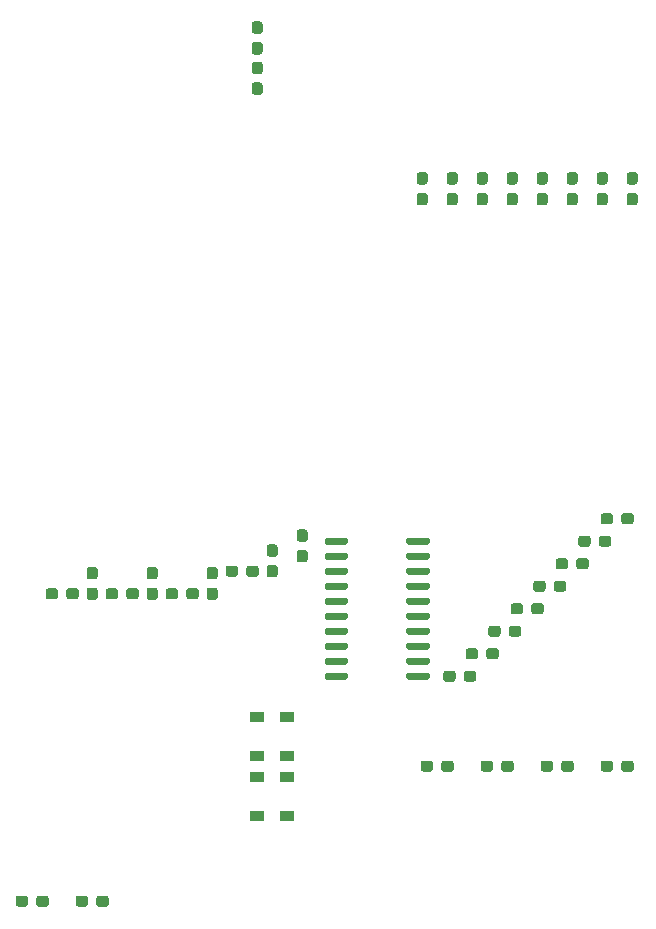
<source format=gbp>
G04 #@! TF.GenerationSoftware,KiCad,Pcbnew,(5.1.8)-1*
G04 #@! TF.CreationDate,2020-12-04T13:09:01+09:00*
G04 #@! TF.ProjectId,NBoxRpi,4e426f78-5270-4692-9e6b-696361645f70,Rev.2.1*
G04 #@! TF.SameCoordinates,Original*
G04 #@! TF.FileFunction,Paste,Bot*
G04 #@! TF.FilePolarity,Positive*
%FSLAX46Y46*%
G04 Gerber Fmt 4.6, Leading zero omitted, Abs format (unit mm)*
G04 Created by KiCad (PCBNEW (5.1.8)-1) date 2020-12-04 13:09:01*
%MOMM*%
%LPD*%
G01*
G04 APERTURE LIST*
%ADD10R,1.200000X0.900000*%
G04 APERTURE END LIST*
G04 #@! TO.C,R41*
G36*
G01*
X111522500Y-118635000D02*
X111997500Y-118635000D01*
G75*
G02*
X112235000Y-118872500I0J-237500D01*
G01*
X112235000Y-119447500D01*
G75*
G02*
X111997500Y-119685000I-237500J0D01*
G01*
X111522500Y-119685000D01*
G75*
G02*
X111285000Y-119447500I0J237500D01*
G01*
X111285000Y-118872500D01*
G75*
G02*
X111522500Y-118635000I237500J0D01*
G01*
G37*
G36*
G01*
X111522500Y-116885000D02*
X111997500Y-116885000D01*
G75*
G02*
X112235000Y-117122500I0J-237500D01*
G01*
X112235000Y-117697500D01*
G75*
G02*
X111997500Y-117935000I-237500J0D01*
G01*
X111522500Y-117935000D01*
G75*
G02*
X111285000Y-117697500I0J237500D01*
G01*
X111285000Y-117122500D01*
G75*
G02*
X111522500Y-116885000I237500J0D01*
G01*
G37*
G04 #@! TD*
G04 #@! TO.C,R40*
G36*
G01*
X111997500Y-114520000D02*
X111522500Y-114520000D01*
G75*
G02*
X111285000Y-114282500I0J237500D01*
G01*
X111285000Y-113707500D01*
G75*
G02*
X111522500Y-113470000I237500J0D01*
G01*
X111997500Y-113470000D01*
G75*
G02*
X112235000Y-113707500I0J-237500D01*
G01*
X112235000Y-114282500D01*
G75*
G02*
X111997500Y-114520000I-237500J0D01*
G01*
G37*
G36*
G01*
X111997500Y-116270000D02*
X111522500Y-116270000D01*
G75*
G02*
X111285000Y-116032500I0J237500D01*
G01*
X111285000Y-115457500D01*
G75*
G02*
X111522500Y-115220000I237500J0D01*
G01*
X111997500Y-115220000D01*
G75*
G02*
X112235000Y-115457500I0J-237500D01*
G01*
X112235000Y-116032500D01*
G75*
G02*
X111997500Y-116270000I-237500J0D01*
G01*
G37*
G04 #@! TD*
G04 #@! TO.C,R39*
G36*
G01*
X97552500Y-161400000D02*
X98027500Y-161400000D01*
G75*
G02*
X98265000Y-161637500I0J-237500D01*
G01*
X98265000Y-162212500D01*
G75*
G02*
X98027500Y-162450000I-237500J0D01*
G01*
X97552500Y-162450000D01*
G75*
G02*
X97315000Y-162212500I0J237500D01*
G01*
X97315000Y-161637500D01*
G75*
G02*
X97552500Y-161400000I237500J0D01*
G01*
G37*
G36*
G01*
X97552500Y-159650000D02*
X98027500Y-159650000D01*
G75*
G02*
X98265000Y-159887500I0J-237500D01*
G01*
X98265000Y-160462500D01*
G75*
G02*
X98027500Y-160700000I-237500J0D01*
G01*
X97552500Y-160700000D01*
G75*
G02*
X97315000Y-160462500I0J237500D01*
G01*
X97315000Y-159887500D01*
G75*
G02*
X97552500Y-159650000I237500J0D01*
G01*
G37*
G04 #@! TD*
G04 #@! TO.C,R38*
G36*
G01*
X102632500Y-161400000D02*
X103107500Y-161400000D01*
G75*
G02*
X103345000Y-161637500I0J-237500D01*
G01*
X103345000Y-162212500D01*
G75*
G02*
X103107500Y-162450000I-237500J0D01*
G01*
X102632500Y-162450000D01*
G75*
G02*
X102395000Y-162212500I0J237500D01*
G01*
X102395000Y-161637500D01*
G75*
G02*
X102632500Y-161400000I237500J0D01*
G01*
G37*
G36*
G01*
X102632500Y-159650000D02*
X103107500Y-159650000D01*
G75*
G02*
X103345000Y-159887500I0J-237500D01*
G01*
X103345000Y-160462500D01*
G75*
G02*
X103107500Y-160700000I-237500J0D01*
G01*
X102632500Y-160700000D01*
G75*
G02*
X102395000Y-160462500I0J237500D01*
G01*
X102395000Y-159887500D01*
G75*
G02*
X102632500Y-159650000I237500J0D01*
G01*
G37*
G04 #@! TD*
G04 #@! TO.C,R37*
G36*
G01*
X107712500Y-161400000D02*
X108187500Y-161400000D01*
G75*
G02*
X108425000Y-161637500I0J-237500D01*
G01*
X108425000Y-162212500D01*
G75*
G02*
X108187500Y-162450000I-237500J0D01*
G01*
X107712500Y-162450000D01*
G75*
G02*
X107475000Y-162212500I0J237500D01*
G01*
X107475000Y-161637500D01*
G75*
G02*
X107712500Y-161400000I237500J0D01*
G01*
G37*
G36*
G01*
X107712500Y-159650000D02*
X108187500Y-159650000D01*
G75*
G02*
X108425000Y-159887500I0J-237500D01*
G01*
X108425000Y-160462500D01*
G75*
G02*
X108187500Y-160700000I-237500J0D01*
G01*
X107712500Y-160700000D01*
G75*
G02*
X107475000Y-160462500I0J237500D01*
G01*
X107475000Y-159887500D01*
G75*
G02*
X107712500Y-159650000I237500J0D01*
G01*
G37*
G04 #@! TD*
G04 #@! TO.C,R36*
G36*
G01*
X112792500Y-159495000D02*
X113267500Y-159495000D01*
G75*
G02*
X113505000Y-159732500I0J-237500D01*
G01*
X113505000Y-160307500D01*
G75*
G02*
X113267500Y-160545000I-237500J0D01*
G01*
X112792500Y-160545000D01*
G75*
G02*
X112555000Y-160307500I0J237500D01*
G01*
X112555000Y-159732500D01*
G75*
G02*
X112792500Y-159495000I237500J0D01*
G01*
G37*
G36*
G01*
X112792500Y-157745000D02*
X113267500Y-157745000D01*
G75*
G02*
X113505000Y-157982500I0J-237500D01*
G01*
X113505000Y-158557500D01*
G75*
G02*
X113267500Y-158795000I-237500J0D01*
G01*
X112792500Y-158795000D01*
G75*
G02*
X112555000Y-158557500I0J237500D01*
G01*
X112555000Y-157982500D01*
G75*
G02*
X112792500Y-157745000I237500J0D01*
G01*
G37*
G04 #@! TD*
G04 #@! TO.C,R35*
G36*
G01*
X94900000Y-161687500D02*
X94900000Y-162162500D01*
G75*
G02*
X94662500Y-162400000I-237500J0D01*
G01*
X94087500Y-162400000D01*
G75*
G02*
X93850000Y-162162500I0J237500D01*
G01*
X93850000Y-161687500D01*
G75*
G02*
X94087500Y-161450000I237500J0D01*
G01*
X94662500Y-161450000D01*
G75*
G02*
X94900000Y-161687500I0J-237500D01*
G01*
G37*
G36*
G01*
X96650000Y-161687500D02*
X96650000Y-162162500D01*
G75*
G02*
X96412500Y-162400000I-237500J0D01*
G01*
X95837500Y-162400000D01*
G75*
G02*
X95600000Y-162162500I0J237500D01*
G01*
X95600000Y-161687500D01*
G75*
G02*
X95837500Y-161450000I237500J0D01*
G01*
X96412500Y-161450000D01*
G75*
G02*
X96650000Y-161687500I0J-237500D01*
G01*
G37*
G04 #@! TD*
G04 #@! TO.C,R34*
G36*
G01*
X99980000Y-161687500D02*
X99980000Y-162162500D01*
G75*
G02*
X99742500Y-162400000I-237500J0D01*
G01*
X99167500Y-162400000D01*
G75*
G02*
X98930000Y-162162500I0J237500D01*
G01*
X98930000Y-161687500D01*
G75*
G02*
X99167500Y-161450000I237500J0D01*
G01*
X99742500Y-161450000D01*
G75*
G02*
X99980000Y-161687500I0J-237500D01*
G01*
G37*
G36*
G01*
X101730000Y-161687500D02*
X101730000Y-162162500D01*
G75*
G02*
X101492500Y-162400000I-237500J0D01*
G01*
X100917500Y-162400000D01*
G75*
G02*
X100680000Y-162162500I0J237500D01*
G01*
X100680000Y-161687500D01*
G75*
G02*
X100917500Y-161450000I237500J0D01*
G01*
X101492500Y-161450000D01*
G75*
G02*
X101730000Y-161687500I0J-237500D01*
G01*
G37*
G04 #@! TD*
G04 #@! TO.C,R33*
G36*
G01*
X105060000Y-161687500D02*
X105060000Y-162162500D01*
G75*
G02*
X104822500Y-162400000I-237500J0D01*
G01*
X104247500Y-162400000D01*
G75*
G02*
X104010000Y-162162500I0J237500D01*
G01*
X104010000Y-161687500D01*
G75*
G02*
X104247500Y-161450000I237500J0D01*
G01*
X104822500Y-161450000D01*
G75*
G02*
X105060000Y-161687500I0J-237500D01*
G01*
G37*
G36*
G01*
X106810000Y-161687500D02*
X106810000Y-162162500D01*
G75*
G02*
X106572500Y-162400000I-237500J0D01*
G01*
X105997500Y-162400000D01*
G75*
G02*
X105760000Y-162162500I0J237500D01*
G01*
X105760000Y-161687500D01*
G75*
G02*
X105997500Y-161450000I237500J0D01*
G01*
X106572500Y-161450000D01*
G75*
G02*
X106810000Y-161687500I0J-237500D01*
G01*
G37*
G04 #@! TD*
G04 #@! TO.C,R32*
G36*
G01*
X110140000Y-159782500D02*
X110140000Y-160257500D01*
G75*
G02*
X109902500Y-160495000I-237500J0D01*
G01*
X109327500Y-160495000D01*
G75*
G02*
X109090000Y-160257500I0J237500D01*
G01*
X109090000Y-159782500D01*
G75*
G02*
X109327500Y-159545000I237500J0D01*
G01*
X109902500Y-159545000D01*
G75*
G02*
X110140000Y-159782500I0J-237500D01*
G01*
G37*
G36*
G01*
X111890000Y-159782500D02*
X111890000Y-160257500D01*
G75*
G02*
X111652500Y-160495000I-237500J0D01*
G01*
X111077500Y-160495000D01*
G75*
G02*
X110840000Y-160257500I0J237500D01*
G01*
X110840000Y-159782500D01*
G75*
G02*
X111077500Y-159545000I237500J0D01*
G01*
X111652500Y-159545000D01*
G75*
G02*
X111890000Y-159782500I0J-237500D01*
G01*
G37*
G04 #@! TD*
G04 #@! TO.C,R20*
G36*
G01*
X129255000Y-169147500D02*
X129255000Y-168672500D01*
G75*
G02*
X129492500Y-168435000I237500J0D01*
G01*
X130067500Y-168435000D01*
G75*
G02*
X130305000Y-168672500I0J-237500D01*
G01*
X130305000Y-169147500D01*
G75*
G02*
X130067500Y-169385000I-237500J0D01*
G01*
X129492500Y-169385000D01*
G75*
G02*
X129255000Y-169147500I0J237500D01*
G01*
G37*
G36*
G01*
X127505000Y-169147500D02*
X127505000Y-168672500D01*
G75*
G02*
X127742500Y-168435000I237500J0D01*
G01*
X128317500Y-168435000D01*
G75*
G02*
X128555000Y-168672500I0J-237500D01*
G01*
X128555000Y-169147500D01*
G75*
G02*
X128317500Y-169385000I-237500J0D01*
G01*
X127742500Y-169385000D01*
G75*
G02*
X127505000Y-169147500I0J237500D01*
G01*
G37*
G04 #@! TD*
G04 #@! TO.C,R19*
G36*
G01*
X131160000Y-167242500D02*
X131160000Y-166767500D01*
G75*
G02*
X131397500Y-166530000I237500J0D01*
G01*
X131972500Y-166530000D01*
G75*
G02*
X132210000Y-166767500I0J-237500D01*
G01*
X132210000Y-167242500D01*
G75*
G02*
X131972500Y-167480000I-237500J0D01*
G01*
X131397500Y-167480000D01*
G75*
G02*
X131160000Y-167242500I0J237500D01*
G01*
G37*
G36*
G01*
X129410000Y-167242500D02*
X129410000Y-166767500D01*
G75*
G02*
X129647500Y-166530000I237500J0D01*
G01*
X130222500Y-166530000D01*
G75*
G02*
X130460000Y-166767500I0J-237500D01*
G01*
X130460000Y-167242500D01*
G75*
G02*
X130222500Y-167480000I-237500J0D01*
G01*
X129647500Y-167480000D01*
G75*
G02*
X129410000Y-167242500I0J237500D01*
G01*
G37*
G04 #@! TD*
G04 #@! TO.C,R18*
G36*
G01*
X133065000Y-165337500D02*
X133065000Y-164862500D01*
G75*
G02*
X133302500Y-164625000I237500J0D01*
G01*
X133877500Y-164625000D01*
G75*
G02*
X134115000Y-164862500I0J-237500D01*
G01*
X134115000Y-165337500D01*
G75*
G02*
X133877500Y-165575000I-237500J0D01*
G01*
X133302500Y-165575000D01*
G75*
G02*
X133065000Y-165337500I0J237500D01*
G01*
G37*
G36*
G01*
X131315000Y-165337500D02*
X131315000Y-164862500D01*
G75*
G02*
X131552500Y-164625000I237500J0D01*
G01*
X132127500Y-164625000D01*
G75*
G02*
X132365000Y-164862500I0J-237500D01*
G01*
X132365000Y-165337500D01*
G75*
G02*
X132127500Y-165575000I-237500J0D01*
G01*
X131552500Y-165575000D01*
G75*
G02*
X131315000Y-165337500I0J237500D01*
G01*
G37*
G04 #@! TD*
G04 #@! TO.C,R17*
G36*
G01*
X134970000Y-163432500D02*
X134970000Y-162957500D01*
G75*
G02*
X135207500Y-162720000I237500J0D01*
G01*
X135782500Y-162720000D01*
G75*
G02*
X136020000Y-162957500I0J-237500D01*
G01*
X136020000Y-163432500D01*
G75*
G02*
X135782500Y-163670000I-237500J0D01*
G01*
X135207500Y-163670000D01*
G75*
G02*
X134970000Y-163432500I0J237500D01*
G01*
G37*
G36*
G01*
X133220000Y-163432500D02*
X133220000Y-162957500D01*
G75*
G02*
X133457500Y-162720000I237500J0D01*
G01*
X134032500Y-162720000D01*
G75*
G02*
X134270000Y-162957500I0J-237500D01*
G01*
X134270000Y-163432500D01*
G75*
G02*
X134032500Y-163670000I-237500J0D01*
G01*
X133457500Y-163670000D01*
G75*
G02*
X133220000Y-163432500I0J237500D01*
G01*
G37*
G04 #@! TD*
G04 #@! TO.C,R16*
G36*
G01*
X136875000Y-161527500D02*
X136875000Y-161052500D01*
G75*
G02*
X137112500Y-160815000I237500J0D01*
G01*
X137687500Y-160815000D01*
G75*
G02*
X137925000Y-161052500I0J-237500D01*
G01*
X137925000Y-161527500D01*
G75*
G02*
X137687500Y-161765000I-237500J0D01*
G01*
X137112500Y-161765000D01*
G75*
G02*
X136875000Y-161527500I0J237500D01*
G01*
G37*
G36*
G01*
X135125000Y-161527500D02*
X135125000Y-161052500D01*
G75*
G02*
X135362500Y-160815000I237500J0D01*
G01*
X135937500Y-160815000D01*
G75*
G02*
X136175000Y-161052500I0J-237500D01*
G01*
X136175000Y-161527500D01*
G75*
G02*
X135937500Y-161765000I-237500J0D01*
G01*
X135362500Y-161765000D01*
G75*
G02*
X135125000Y-161527500I0J237500D01*
G01*
G37*
G04 #@! TD*
G04 #@! TO.C,R15*
G36*
G01*
X138780000Y-159622500D02*
X138780000Y-159147500D01*
G75*
G02*
X139017500Y-158910000I237500J0D01*
G01*
X139592500Y-158910000D01*
G75*
G02*
X139830000Y-159147500I0J-237500D01*
G01*
X139830000Y-159622500D01*
G75*
G02*
X139592500Y-159860000I-237500J0D01*
G01*
X139017500Y-159860000D01*
G75*
G02*
X138780000Y-159622500I0J237500D01*
G01*
G37*
G36*
G01*
X137030000Y-159622500D02*
X137030000Y-159147500D01*
G75*
G02*
X137267500Y-158910000I237500J0D01*
G01*
X137842500Y-158910000D01*
G75*
G02*
X138080000Y-159147500I0J-237500D01*
G01*
X138080000Y-159622500D01*
G75*
G02*
X137842500Y-159860000I-237500J0D01*
G01*
X137267500Y-159860000D01*
G75*
G02*
X137030000Y-159622500I0J237500D01*
G01*
G37*
G04 #@! TD*
G04 #@! TO.C,R14*
G36*
G01*
X140685000Y-157717500D02*
X140685000Y-157242500D01*
G75*
G02*
X140922500Y-157005000I237500J0D01*
G01*
X141497500Y-157005000D01*
G75*
G02*
X141735000Y-157242500I0J-237500D01*
G01*
X141735000Y-157717500D01*
G75*
G02*
X141497500Y-157955000I-237500J0D01*
G01*
X140922500Y-157955000D01*
G75*
G02*
X140685000Y-157717500I0J237500D01*
G01*
G37*
G36*
G01*
X138935000Y-157717500D02*
X138935000Y-157242500D01*
G75*
G02*
X139172500Y-157005000I237500J0D01*
G01*
X139747500Y-157005000D01*
G75*
G02*
X139985000Y-157242500I0J-237500D01*
G01*
X139985000Y-157717500D01*
G75*
G02*
X139747500Y-157955000I-237500J0D01*
G01*
X139172500Y-157955000D01*
G75*
G02*
X138935000Y-157717500I0J237500D01*
G01*
G37*
G04 #@! TD*
G04 #@! TO.C,R13*
G36*
G01*
X142590000Y-155812500D02*
X142590000Y-155337500D01*
G75*
G02*
X142827500Y-155100000I237500J0D01*
G01*
X143402500Y-155100000D01*
G75*
G02*
X143640000Y-155337500I0J-237500D01*
G01*
X143640000Y-155812500D01*
G75*
G02*
X143402500Y-156050000I-237500J0D01*
G01*
X142827500Y-156050000D01*
G75*
G02*
X142590000Y-155812500I0J237500D01*
G01*
G37*
G36*
G01*
X140840000Y-155812500D02*
X140840000Y-155337500D01*
G75*
G02*
X141077500Y-155100000I237500J0D01*
G01*
X141652500Y-155100000D01*
G75*
G02*
X141890000Y-155337500I0J-237500D01*
G01*
X141890000Y-155812500D01*
G75*
G02*
X141652500Y-156050000I-237500J0D01*
G01*
X141077500Y-156050000D01*
G75*
G02*
X140840000Y-155812500I0J237500D01*
G01*
G37*
G04 #@! TD*
G04 #@! TO.C,R31*
G36*
G01*
X98140000Y-188197500D02*
X98140000Y-187722500D01*
G75*
G02*
X98377500Y-187485000I237500J0D01*
G01*
X98952500Y-187485000D01*
G75*
G02*
X99190000Y-187722500I0J-237500D01*
G01*
X99190000Y-188197500D01*
G75*
G02*
X98952500Y-188435000I-237500J0D01*
G01*
X98377500Y-188435000D01*
G75*
G02*
X98140000Y-188197500I0J237500D01*
G01*
G37*
G36*
G01*
X96390000Y-188197500D02*
X96390000Y-187722500D01*
G75*
G02*
X96627500Y-187485000I237500J0D01*
G01*
X97202500Y-187485000D01*
G75*
G02*
X97440000Y-187722500I0J-237500D01*
G01*
X97440000Y-188197500D01*
G75*
G02*
X97202500Y-188435000I-237500J0D01*
G01*
X96627500Y-188435000D01*
G75*
G02*
X96390000Y-188197500I0J237500D01*
G01*
G37*
G04 #@! TD*
G04 #@! TO.C,R26*
G36*
G01*
X93060000Y-188197500D02*
X93060000Y-187722500D01*
G75*
G02*
X93297500Y-187485000I237500J0D01*
G01*
X93872500Y-187485000D01*
G75*
G02*
X94110000Y-187722500I0J-237500D01*
G01*
X94110000Y-188197500D01*
G75*
G02*
X93872500Y-188435000I-237500J0D01*
G01*
X93297500Y-188435000D01*
G75*
G02*
X93060000Y-188197500I0J237500D01*
G01*
G37*
G36*
G01*
X91310000Y-188197500D02*
X91310000Y-187722500D01*
G75*
G02*
X91547500Y-187485000I237500J0D01*
G01*
X92122500Y-187485000D01*
G75*
G02*
X92360000Y-187722500I0J-237500D01*
G01*
X92360000Y-188197500D01*
G75*
G02*
X92122500Y-188435000I-237500J0D01*
G01*
X91547500Y-188435000D01*
G75*
G02*
X91310000Y-188197500I0J237500D01*
G01*
G37*
G04 #@! TD*
G04 #@! TO.C,R8*
G36*
G01*
X143272500Y-127985000D02*
X143747500Y-127985000D01*
G75*
G02*
X143985000Y-128222500I0J-237500D01*
G01*
X143985000Y-128797500D01*
G75*
G02*
X143747500Y-129035000I-237500J0D01*
G01*
X143272500Y-129035000D01*
G75*
G02*
X143035000Y-128797500I0J237500D01*
G01*
X143035000Y-128222500D01*
G75*
G02*
X143272500Y-127985000I237500J0D01*
G01*
G37*
G36*
G01*
X143272500Y-126235000D02*
X143747500Y-126235000D01*
G75*
G02*
X143985000Y-126472500I0J-237500D01*
G01*
X143985000Y-127047500D01*
G75*
G02*
X143747500Y-127285000I-237500J0D01*
G01*
X143272500Y-127285000D01*
G75*
G02*
X143035000Y-127047500I0J237500D01*
G01*
X143035000Y-126472500D01*
G75*
G02*
X143272500Y-126235000I237500J0D01*
G01*
G37*
G04 #@! TD*
G04 #@! TO.C,R7*
G36*
G01*
X138192500Y-127985000D02*
X138667500Y-127985000D01*
G75*
G02*
X138905000Y-128222500I0J-237500D01*
G01*
X138905000Y-128797500D01*
G75*
G02*
X138667500Y-129035000I-237500J0D01*
G01*
X138192500Y-129035000D01*
G75*
G02*
X137955000Y-128797500I0J237500D01*
G01*
X137955000Y-128222500D01*
G75*
G02*
X138192500Y-127985000I237500J0D01*
G01*
G37*
G36*
G01*
X138192500Y-126235000D02*
X138667500Y-126235000D01*
G75*
G02*
X138905000Y-126472500I0J-237500D01*
G01*
X138905000Y-127047500D01*
G75*
G02*
X138667500Y-127285000I-237500J0D01*
G01*
X138192500Y-127285000D01*
G75*
G02*
X137955000Y-127047500I0J237500D01*
G01*
X137955000Y-126472500D01*
G75*
G02*
X138192500Y-126235000I237500J0D01*
G01*
G37*
G04 #@! TD*
G04 #@! TO.C,R6*
G36*
G01*
X133112500Y-127985000D02*
X133587500Y-127985000D01*
G75*
G02*
X133825000Y-128222500I0J-237500D01*
G01*
X133825000Y-128797500D01*
G75*
G02*
X133587500Y-129035000I-237500J0D01*
G01*
X133112500Y-129035000D01*
G75*
G02*
X132875000Y-128797500I0J237500D01*
G01*
X132875000Y-128222500D01*
G75*
G02*
X133112500Y-127985000I237500J0D01*
G01*
G37*
G36*
G01*
X133112500Y-126235000D02*
X133587500Y-126235000D01*
G75*
G02*
X133825000Y-126472500I0J-237500D01*
G01*
X133825000Y-127047500D01*
G75*
G02*
X133587500Y-127285000I-237500J0D01*
G01*
X133112500Y-127285000D01*
G75*
G02*
X132875000Y-127047500I0J237500D01*
G01*
X132875000Y-126472500D01*
G75*
G02*
X133112500Y-126235000I237500J0D01*
G01*
G37*
G04 #@! TD*
G04 #@! TO.C,R5*
G36*
G01*
X128032500Y-127985000D02*
X128507500Y-127985000D01*
G75*
G02*
X128745000Y-128222500I0J-237500D01*
G01*
X128745000Y-128797500D01*
G75*
G02*
X128507500Y-129035000I-237500J0D01*
G01*
X128032500Y-129035000D01*
G75*
G02*
X127795000Y-128797500I0J237500D01*
G01*
X127795000Y-128222500D01*
G75*
G02*
X128032500Y-127985000I237500J0D01*
G01*
G37*
G36*
G01*
X128032500Y-126235000D02*
X128507500Y-126235000D01*
G75*
G02*
X128745000Y-126472500I0J-237500D01*
G01*
X128745000Y-127047500D01*
G75*
G02*
X128507500Y-127285000I-237500J0D01*
G01*
X128032500Y-127285000D01*
G75*
G02*
X127795000Y-127047500I0J237500D01*
G01*
X127795000Y-126472500D01*
G75*
G02*
X128032500Y-126235000I237500J0D01*
G01*
G37*
G04 #@! TD*
D10*
G04 #@! TO.C,D4*
X114300000Y-172340000D03*
X114300000Y-175640000D03*
G04 #@! TD*
G04 #@! TO.C,D3*
X114300000Y-177420000D03*
X114300000Y-180720000D03*
G04 #@! TD*
G04 #@! TO.C,D2*
X111760000Y-172340000D03*
X111760000Y-175640000D03*
G04 #@! TD*
G04 #@! TO.C,D1*
X111760000Y-177420000D03*
X111760000Y-180720000D03*
G04 #@! TD*
G04 #@! TO.C,U4*
G36*
G01*
X119445000Y-157330000D02*
X119445000Y-157630000D01*
G75*
G02*
X119295000Y-157780000I-150000J0D01*
G01*
X117620000Y-157780000D01*
G75*
G02*
X117470000Y-157630000I0J150000D01*
G01*
X117470000Y-157330000D01*
G75*
G02*
X117620000Y-157180000I150000J0D01*
G01*
X119295000Y-157180000D01*
G75*
G02*
X119445000Y-157330000I0J-150000D01*
G01*
G37*
G36*
G01*
X119445000Y-158600000D02*
X119445000Y-158900000D01*
G75*
G02*
X119295000Y-159050000I-150000J0D01*
G01*
X117620000Y-159050000D01*
G75*
G02*
X117470000Y-158900000I0J150000D01*
G01*
X117470000Y-158600000D01*
G75*
G02*
X117620000Y-158450000I150000J0D01*
G01*
X119295000Y-158450000D01*
G75*
G02*
X119445000Y-158600000I0J-150000D01*
G01*
G37*
G36*
G01*
X119445000Y-159870000D02*
X119445000Y-160170000D01*
G75*
G02*
X119295000Y-160320000I-150000J0D01*
G01*
X117620000Y-160320000D01*
G75*
G02*
X117470000Y-160170000I0J150000D01*
G01*
X117470000Y-159870000D01*
G75*
G02*
X117620000Y-159720000I150000J0D01*
G01*
X119295000Y-159720000D01*
G75*
G02*
X119445000Y-159870000I0J-150000D01*
G01*
G37*
G36*
G01*
X119445000Y-161140000D02*
X119445000Y-161440000D01*
G75*
G02*
X119295000Y-161590000I-150000J0D01*
G01*
X117620000Y-161590000D01*
G75*
G02*
X117470000Y-161440000I0J150000D01*
G01*
X117470000Y-161140000D01*
G75*
G02*
X117620000Y-160990000I150000J0D01*
G01*
X119295000Y-160990000D01*
G75*
G02*
X119445000Y-161140000I0J-150000D01*
G01*
G37*
G36*
G01*
X119445000Y-162410000D02*
X119445000Y-162710000D01*
G75*
G02*
X119295000Y-162860000I-150000J0D01*
G01*
X117620000Y-162860000D01*
G75*
G02*
X117470000Y-162710000I0J150000D01*
G01*
X117470000Y-162410000D01*
G75*
G02*
X117620000Y-162260000I150000J0D01*
G01*
X119295000Y-162260000D01*
G75*
G02*
X119445000Y-162410000I0J-150000D01*
G01*
G37*
G36*
G01*
X119445000Y-163680000D02*
X119445000Y-163980000D01*
G75*
G02*
X119295000Y-164130000I-150000J0D01*
G01*
X117620000Y-164130000D01*
G75*
G02*
X117470000Y-163980000I0J150000D01*
G01*
X117470000Y-163680000D01*
G75*
G02*
X117620000Y-163530000I150000J0D01*
G01*
X119295000Y-163530000D01*
G75*
G02*
X119445000Y-163680000I0J-150000D01*
G01*
G37*
G36*
G01*
X119445000Y-164950000D02*
X119445000Y-165250000D01*
G75*
G02*
X119295000Y-165400000I-150000J0D01*
G01*
X117620000Y-165400000D01*
G75*
G02*
X117470000Y-165250000I0J150000D01*
G01*
X117470000Y-164950000D01*
G75*
G02*
X117620000Y-164800000I150000J0D01*
G01*
X119295000Y-164800000D01*
G75*
G02*
X119445000Y-164950000I0J-150000D01*
G01*
G37*
G36*
G01*
X119445000Y-166220000D02*
X119445000Y-166520000D01*
G75*
G02*
X119295000Y-166670000I-150000J0D01*
G01*
X117620000Y-166670000D01*
G75*
G02*
X117470000Y-166520000I0J150000D01*
G01*
X117470000Y-166220000D01*
G75*
G02*
X117620000Y-166070000I150000J0D01*
G01*
X119295000Y-166070000D01*
G75*
G02*
X119445000Y-166220000I0J-150000D01*
G01*
G37*
G36*
G01*
X119445000Y-167490000D02*
X119445000Y-167790000D01*
G75*
G02*
X119295000Y-167940000I-150000J0D01*
G01*
X117620000Y-167940000D01*
G75*
G02*
X117470000Y-167790000I0J150000D01*
G01*
X117470000Y-167490000D01*
G75*
G02*
X117620000Y-167340000I150000J0D01*
G01*
X119295000Y-167340000D01*
G75*
G02*
X119445000Y-167490000I0J-150000D01*
G01*
G37*
G36*
G01*
X119445000Y-168760000D02*
X119445000Y-169060000D01*
G75*
G02*
X119295000Y-169210000I-150000J0D01*
G01*
X117620000Y-169210000D01*
G75*
G02*
X117470000Y-169060000I0J150000D01*
G01*
X117470000Y-168760000D01*
G75*
G02*
X117620000Y-168610000I150000J0D01*
G01*
X119295000Y-168610000D01*
G75*
G02*
X119445000Y-168760000I0J-150000D01*
G01*
G37*
G36*
G01*
X126370000Y-168760000D02*
X126370000Y-169060000D01*
G75*
G02*
X126220000Y-169210000I-150000J0D01*
G01*
X124545000Y-169210000D01*
G75*
G02*
X124395000Y-169060000I0J150000D01*
G01*
X124395000Y-168760000D01*
G75*
G02*
X124545000Y-168610000I150000J0D01*
G01*
X126220000Y-168610000D01*
G75*
G02*
X126370000Y-168760000I0J-150000D01*
G01*
G37*
G36*
G01*
X126370000Y-167490000D02*
X126370000Y-167790000D01*
G75*
G02*
X126220000Y-167940000I-150000J0D01*
G01*
X124545000Y-167940000D01*
G75*
G02*
X124395000Y-167790000I0J150000D01*
G01*
X124395000Y-167490000D01*
G75*
G02*
X124545000Y-167340000I150000J0D01*
G01*
X126220000Y-167340000D01*
G75*
G02*
X126370000Y-167490000I0J-150000D01*
G01*
G37*
G36*
G01*
X126370000Y-166220000D02*
X126370000Y-166520000D01*
G75*
G02*
X126220000Y-166670000I-150000J0D01*
G01*
X124545000Y-166670000D01*
G75*
G02*
X124395000Y-166520000I0J150000D01*
G01*
X124395000Y-166220000D01*
G75*
G02*
X124545000Y-166070000I150000J0D01*
G01*
X126220000Y-166070000D01*
G75*
G02*
X126370000Y-166220000I0J-150000D01*
G01*
G37*
G36*
G01*
X126370000Y-164950000D02*
X126370000Y-165250000D01*
G75*
G02*
X126220000Y-165400000I-150000J0D01*
G01*
X124545000Y-165400000D01*
G75*
G02*
X124395000Y-165250000I0J150000D01*
G01*
X124395000Y-164950000D01*
G75*
G02*
X124545000Y-164800000I150000J0D01*
G01*
X126220000Y-164800000D01*
G75*
G02*
X126370000Y-164950000I0J-150000D01*
G01*
G37*
G36*
G01*
X126370000Y-163680000D02*
X126370000Y-163980000D01*
G75*
G02*
X126220000Y-164130000I-150000J0D01*
G01*
X124545000Y-164130000D01*
G75*
G02*
X124395000Y-163980000I0J150000D01*
G01*
X124395000Y-163680000D01*
G75*
G02*
X124545000Y-163530000I150000J0D01*
G01*
X126220000Y-163530000D01*
G75*
G02*
X126370000Y-163680000I0J-150000D01*
G01*
G37*
G36*
G01*
X126370000Y-162410000D02*
X126370000Y-162710000D01*
G75*
G02*
X126220000Y-162860000I-150000J0D01*
G01*
X124545000Y-162860000D01*
G75*
G02*
X124395000Y-162710000I0J150000D01*
G01*
X124395000Y-162410000D01*
G75*
G02*
X124545000Y-162260000I150000J0D01*
G01*
X126220000Y-162260000D01*
G75*
G02*
X126370000Y-162410000I0J-150000D01*
G01*
G37*
G36*
G01*
X126370000Y-161140000D02*
X126370000Y-161440000D01*
G75*
G02*
X126220000Y-161590000I-150000J0D01*
G01*
X124545000Y-161590000D01*
G75*
G02*
X124395000Y-161440000I0J150000D01*
G01*
X124395000Y-161140000D01*
G75*
G02*
X124545000Y-160990000I150000J0D01*
G01*
X126220000Y-160990000D01*
G75*
G02*
X126370000Y-161140000I0J-150000D01*
G01*
G37*
G36*
G01*
X126370000Y-159870000D02*
X126370000Y-160170000D01*
G75*
G02*
X126220000Y-160320000I-150000J0D01*
G01*
X124545000Y-160320000D01*
G75*
G02*
X124395000Y-160170000I0J150000D01*
G01*
X124395000Y-159870000D01*
G75*
G02*
X124545000Y-159720000I150000J0D01*
G01*
X126220000Y-159720000D01*
G75*
G02*
X126370000Y-159870000I0J-150000D01*
G01*
G37*
G36*
G01*
X126370000Y-158600000D02*
X126370000Y-158900000D01*
G75*
G02*
X126220000Y-159050000I-150000J0D01*
G01*
X124545000Y-159050000D01*
G75*
G02*
X124395000Y-158900000I0J150000D01*
G01*
X124395000Y-158600000D01*
G75*
G02*
X124545000Y-158450000I150000J0D01*
G01*
X126220000Y-158450000D01*
G75*
G02*
X126370000Y-158600000I0J-150000D01*
G01*
G37*
G36*
G01*
X126370000Y-157330000D02*
X126370000Y-157630000D01*
G75*
G02*
X126220000Y-157780000I-150000J0D01*
G01*
X124545000Y-157780000D01*
G75*
G02*
X124395000Y-157630000I0J150000D01*
G01*
X124395000Y-157330000D01*
G75*
G02*
X124545000Y-157180000I150000J0D01*
G01*
X126220000Y-157180000D01*
G75*
G02*
X126370000Y-157330000I0J-150000D01*
G01*
G37*
G04 #@! TD*
G04 #@! TO.C,R30*
G36*
G01*
X141890000Y-176292500D02*
X141890000Y-176767500D01*
G75*
G02*
X141652500Y-177005000I-237500J0D01*
G01*
X141077500Y-177005000D01*
G75*
G02*
X140840000Y-176767500I0J237500D01*
G01*
X140840000Y-176292500D01*
G75*
G02*
X141077500Y-176055000I237500J0D01*
G01*
X141652500Y-176055000D01*
G75*
G02*
X141890000Y-176292500I0J-237500D01*
G01*
G37*
G36*
G01*
X143640000Y-176292500D02*
X143640000Y-176767500D01*
G75*
G02*
X143402500Y-177005000I-237500J0D01*
G01*
X142827500Y-177005000D01*
G75*
G02*
X142590000Y-176767500I0J237500D01*
G01*
X142590000Y-176292500D01*
G75*
G02*
X142827500Y-176055000I237500J0D01*
G01*
X143402500Y-176055000D01*
G75*
G02*
X143640000Y-176292500I0J-237500D01*
G01*
G37*
G04 #@! TD*
G04 #@! TO.C,R29*
G36*
G01*
X136810000Y-176292500D02*
X136810000Y-176767500D01*
G75*
G02*
X136572500Y-177005000I-237500J0D01*
G01*
X135997500Y-177005000D01*
G75*
G02*
X135760000Y-176767500I0J237500D01*
G01*
X135760000Y-176292500D01*
G75*
G02*
X135997500Y-176055000I237500J0D01*
G01*
X136572500Y-176055000D01*
G75*
G02*
X136810000Y-176292500I0J-237500D01*
G01*
G37*
G36*
G01*
X138560000Y-176292500D02*
X138560000Y-176767500D01*
G75*
G02*
X138322500Y-177005000I-237500J0D01*
G01*
X137747500Y-177005000D01*
G75*
G02*
X137510000Y-176767500I0J237500D01*
G01*
X137510000Y-176292500D01*
G75*
G02*
X137747500Y-176055000I237500J0D01*
G01*
X138322500Y-176055000D01*
G75*
G02*
X138560000Y-176292500I0J-237500D01*
G01*
G37*
G04 #@! TD*
G04 #@! TO.C,R28*
G36*
G01*
X131730000Y-176292500D02*
X131730000Y-176767500D01*
G75*
G02*
X131492500Y-177005000I-237500J0D01*
G01*
X130917500Y-177005000D01*
G75*
G02*
X130680000Y-176767500I0J237500D01*
G01*
X130680000Y-176292500D01*
G75*
G02*
X130917500Y-176055000I237500J0D01*
G01*
X131492500Y-176055000D01*
G75*
G02*
X131730000Y-176292500I0J-237500D01*
G01*
G37*
G36*
G01*
X133480000Y-176292500D02*
X133480000Y-176767500D01*
G75*
G02*
X133242500Y-177005000I-237500J0D01*
G01*
X132667500Y-177005000D01*
G75*
G02*
X132430000Y-176767500I0J237500D01*
G01*
X132430000Y-176292500D01*
G75*
G02*
X132667500Y-176055000I237500J0D01*
G01*
X133242500Y-176055000D01*
G75*
G02*
X133480000Y-176292500I0J-237500D01*
G01*
G37*
G04 #@! TD*
G04 #@! TO.C,R27*
G36*
G01*
X126650000Y-176292500D02*
X126650000Y-176767500D01*
G75*
G02*
X126412500Y-177005000I-237500J0D01*
G01*
X125837500Y-177005000D01*
G75*
G02*
X125600000Y-176767500I0J237500D01*
G01*
X125600000Y-176292500D01*
G75*
G02*
X125837500Y-176055000I237500J0D01*
G01*
X126412500Y-176055000D01*
G75*
G02*
X126650000Y-176292500I0J-237500D01*
G01*
G37*
G36*
G01*
X128400000Y-176292500D02*
X128400000Y-176767500D01*
G75*
G02*
X128162500Y-177005000I-237500J0D01*
G01*
X127587500Y-177005000D01*
G75*
G02*
X127350000Y-176767500I0J237500D01*
G01*
X127350000Y-176292500D01*
G75*
G02*
X127587500Y-176055000I237500J0D01*
G01*
X128162500Y-176055000D01*
G75*
G02*
X128400000Y-176292500I0J-237500D01*
G01*
G37*
G04 #@! TD*
G04 #@! TO.C,R4*
G36*
G01*
X141207500Y-127285000D02*
X140732500Y-127285000D01*
G75*
G02*
X140495000Y-127047500I0J237500D01*
G01*
X140495000Y-126472500D01*
G75*
G02*
X140732500Y-126235000I237500J0D01*
G01*
X141207500Y-126235000D01*
G75*
G02*
X141445000Y-126472500I0J-237500D01*
G01*
X141445000Y-127047500D01*
G75*
G02*
X141207500Y-127285000I-237500J0D01*
G01*
G37*
G36*
G01*
X141207500Y-129035000D02*
X140732500Y-129035000D01*
G75*
G02*
X140495000Y-128797500I0J237500D01*
G01*
X140495000Y-128222500D01*
G75*
G02*
X140732500Y-127985000I237500J0D01*
G01*
X141207500Y-127985000D01*
G75*
G02*
X141445000Y-128222500I0J-237500D01*
G01*
X141445000Y-128797500D01*
G75*
G02*
X141207500Y-129035000I-237500J0D01*
G01*
G37*
G04 #@! TD*
G04 #@! TO.C,R3*
G36*
G01*
X136127500Y-127285000D02*
X135652500Y-127285000D01*
G75*
G02*
X135415000Y-127047500I0J237500D01*
G01*
X135415000Y-126472500D01*
G75*
G02*
X135652500Y-126235000I237500J0D01*
G01*
X136127500Y-126235000D01*
G75*
G02*
X136365000Y-126472500I0J-237500D01*
G01*
X136365000Y-127047500D01*
G75*
G02*
X136127500Y-127285000I-237500J0D01*
G01*
G37*
G36*
G01*
X136127500Y-129035000D02*
X135652500Y-129035000D01*
G75*
G02*
X135415000Y-128797500I0J237500D01*
G01*
X135415000Y-128222500D01*
G75*
G02*
X135652500Y-127985000I237500J0D01*
G01*
X136127500Y-127985000D01*
G75*
G02*
X136365000Y-128222500I0J-237500D01*
G01*
X136365000Y-128797500D01*
G75*
G02*
X136127500Y-129035000I-237500J0D01*
G01*
G37*
G04 #@! TD*
G04 #@! TO.C,R2*
G36*
G01*
X131047500Y-127285000D02*
X130572500Y-127285000D01*
G75*
G02*
X130335000Y-127047500I0J237500D01*
G01*
X130335000Y-126472500D01*
G75*
G02*
X130572500Y-126235000I237500J0D01*
G01*
X131047500Y-126235000D01*
G75*
G02*
X131285000Y-126472500I0J-237500D01*
G01*
X131285000Y-127047500D01*
G75*
G02*
X131047500Y-127285000I-237500J0D01*
G01*
G37*
G36*
G01*
X131047500Y-129035000D02*
X130572500Y-129035000D01*
G75*
G02*
X130335000Y-128797500I0J237500D01*
G01*
X130335000Y-128222500D01*
G75*
G02*
X130572500Y-127985000I237500J0D01*
G01*
X131047500Y-127985000D01*
G75*
G02*
X131285000Y-128222500I0J-237500D01*
G01*
X131285000Y-128797500D01*
G75*
G02*
X131047500Y-129035000I-237500J0D01*
G01*
G37*
G04 #@! TD*
G04 #@! TO.C,R1*
G36*
G01*
X125967500Y-127285000D02*
X125492500Y-127285000D01*
G75*
G02*
X125255000Y-127047500I0J237500D01*
G01*
X125255000Y-126472500D01*
G75*
G02*
X125492500Y-126235000I237500J0D01*
G01*
X125967500Y-126235000D01*
G75*
G02*
X126205000Y-126472500I0J-237500D01*
G01*
X126205000Y-127047500D01*
G75*
G02*
X125967500Y-127285000I-237500J0D01*
G01*
G37*
G36*
G01*
X125967500Y-129035000D02*
X125492500Y-129035000D01*
G75*
G02*
X125255000Y-128797500I0J237500D01*
G01*
X125255000Y-128222500D01*
G75*
G02*
X125492500Y-127985000I237500J0D01*
G01*
X125967500Y-127985000D01*
G75*
G02*
X126205000Y-128222500I0J-237500D01*
G01*
X126205000Y-128797500D01*
G75*
G02*
X125967500Y-129035000I-237500J0D01*
G01*
G37*
G04 #@! TD*
G04 #@! TO.C,C2*
G36*
G01*
X115332500Y-158225000D02*
X115807500Y-158225000D01*
G75*
G02*
X116045000Y-158462500I0J-237500D01*
G01*
X116045000Y-159037500D01*
G75*
G02*
X115807500Y-159275000I-237500J0D01*
G01*
X115332500Y-159275000D01*
G75*
G02*
X115095000Y-159037500I0J237500D01*
G01*
X115095000Y-158462500D01*
G75*
G02*
X115332500Y-158225000I237500J0D01*
G01*
G37*
G36*
G01*
X115332500Y-156475000D02*
X115807500Y-156475000D01*
G75*
G02*
X116045000Y-156712500I0J-237500D01*
G01*
X116045000Y-157287500D01*
G75*
G02*
X115807500Y-157525000I-237500J0D01*
G01*
X115332500Y-157525000D01*
G75*
G02*
X115095000Y-157287500I0J237500D01*
G01*
X115095000Y-156712500D01*
G75*
G02*
X115332500Y-156475000I237500J0D01*
G01*
G37*
G04 #@! TD*
M02*

</source>
